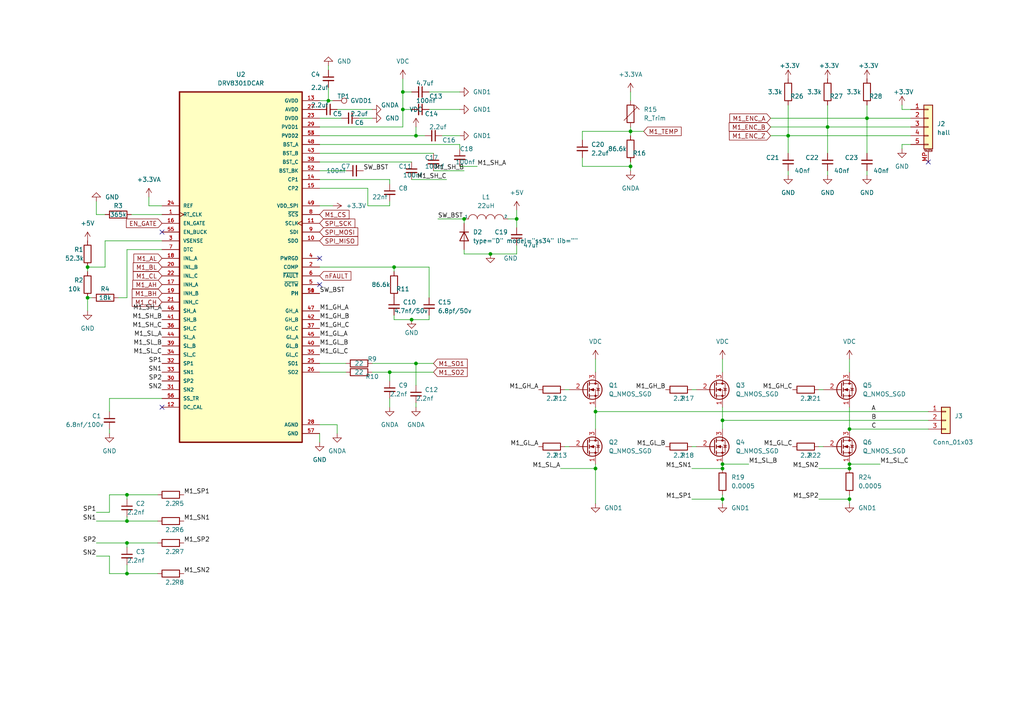
<source format=kicad_sch>
(kicad_sch (version 20211123) (generator eeschema)
  (paper "A4")
  (lib_symbols
    (symbol "Connector:TestPoint" (pin_numbers hide) (pin_names (offset 0.762) hide)
      (property "Reference" "TP" (at 0 6.858 0))
      (property "Value" "TestPoint" (at 0 5.08 0))
      (symbol "TestPoint_0_1"
        (circle (center 0 3.302) (radius 0.762))
      )
      (symbol "TestPoint_1_1"
        (pin passive line (at 0 0 90) (length 2.54) (name "1") (number "1"))
      )
    )
    (symbol "Connector_Generic:Conn_01x03" (pin_names (offset 1.016) hide)
      (property "Reference" "J" (at 0 5.08 0))
      (property "Value" "Conn_01x03" (at 0 -5.08 0))
      (symbol "Conn_01x03_1_1"
        (rectangle (start -1.27 -2.413) (end 0 -2.667) (stroke (width 0.1524)))
        (rectangle (start -1.27 0.127) (end 0 -0.127) (stroke (width 0.1524)))
        (rectangle (start -1.27 2.667) (end 0 2.413) (stroke (width 0.1524)))
        (rectangle (start -1.27 3.81) (end 1.27 -3.81) (stroke (width 0.254)) (fill (type background)))
        (pin passive line (at -5.08 2.54 0) (length 3.81) (name "Pin_1") (number "1"))
        (pin passive line (at -5.08 0 0) (length 3.81) (name "Pin_2") (number "2"))
        (pin passive line (at -5.08 -2.54 0) (length 3.81) (name "Pin_3") (number "3"))
      )
    )
    (symbol "Connector_Generic_MountingPin:Conn_01x05_MountingPin" (pin_names (offset 1.016) hide)
      (property "Reference" "J" (at 0 7.62 0))
      (property "Value" "Conn_01x05_MountingPin" (at 1.27 -7.62 0))
      (symbol "Conn_01x05_MountingPin_1_1"
        (rectangle (start -1.27 -4.953) (end 0 -5.207) (stroke (width 0.1524)))
        (rectangle (start -1.27 -2.413) (end 0 -2.667) (stroke (width 0.1524)))
        (rectangle (start -1.27 0.127) (end 0 -0.127) (stroke (width 0.1524)))
        (rectangle (start -1.27 2.667) (end 0 2.413) (stroke (width 0.1524)))
        (rectangle (start -1.27 5.207) (end 0 4.953) (stroke (width 0.1524)))
        (rectangle (start -1.27 6.35) (end 1.27 -6.35) (stroke (width 0.254)) (fill (type background)))
        (polyline (pts (xy -1.016 -7.112) (xy 1.016 -7.112)) (stroke (width 0.1524)))
        (text "Mounting" (at 0 -6.731 0) (effects (font (size 0.381 0.381))))
        (pin passive line (at -5.08 5.08 0) (length 3.81) (name "Pin_1") (number "1"))
        (pin passive line (at -5.08 2.54 0) (length 3.81) (name "Pin_2") (number "2"))
        (pin passive line (at -5.08 0 0) (length 3.81) (name "Pin_3") (number "3"))
        (pin passive line (at -5.08 -2.54 0) (length 3.81) (name "Pin_4") (number "4"))
        (pin passive line (at -5.08 -5.08 0) (length 3.81) (name "Pin_5") (number "5"))
        (pin passive line (at 0 -10.16 90) (length 3.048) (name "MountPin") (number "MP"))
      )
    )
    (symbol "Device:C_Small" (pin_numbers hide) (pin_names (offset 0.254) hide)
      (property "Reference" "C" (at 0.254 1.778 0))
      (property "Value" "C_Small" (at 0.254 -2.032 0))
      (symbol "C_Small_0_1"
        (polyline (pts (xy -1.524 -0.508) (xy 1.524 -0.508)) (stroke (width 0.3302)))
        (polyline (pts (xy -1.524 0.508) (xy 1.524 0.508)) (stroke (width 0.3048)))
      )
      (symbol "C_Small_1_1"
        (pin passive line (at 0 2.54 270) (length 2.032) (name "~") (number "1"))
        (pin passive line (at 0 -2.54 90) (length 2.032) (name "~") (number "2"))
      )
    )
    (symbol "Device:Q_NMOS_SGD" (pin_names (offset 0) hide)
      (property "Reference" "Q" (at 5.08 1.27 0))
      (property "Value" "Q_NMOS_SGD" (at 5.08 -1.27 0))
      (symbol "Q_NMOS_SGD_0_1"
        (polyline (pts (xy 0.254 0) (xy -2.54 0)))
        (polyline (pts (xy 0.254 1.905) (xy 0.254 -1.905)) (stroke (width 0.254)))
        (polyline (pts (xy 0.762 -1.27) (xy 0.762 -2.286)) (stroke (width 0.254)))
        (polyline (pts (xy 0.762 0.508) (xy 0.762 -0.508)) (stroke (width 0.254)))
        (polyline (pts (xy 0.762 2.286) (xy 0.762 1.27)) (stroke (width 0.254)))
        (polyline (pts (xy 2.54 2.54) (xy 2.54 1.778)))
        (polyline (pts (xy 2.54 -2.54) (xy 2.54 0) (xy 0.762 0)))
        (polyline (pts (xy 0.762 -1.778) (xy 3.302 -1.778) (xy 3.302 1.778) (xy 0.762 1.778)))
        (polyline (pts (xy 1.016 0) (xy 2.032 0.381) (xy 2.032 -0.381) (xy 1.016 0)) (fill (type outline)))
        (polyline (pts (xy 2.794 0.508) (xy 2.921 0.381) (xy 3.683 0.381) (xy 3.81 0.254)))
        (polyline (pts (xy 3.302 0.381) (xy 2.921 -0.254) (xy 3.683 -0.254) (xy 3.302 0.381)))
        (circle (center 1.651 0) (radius 2.794) (stroke (width 0.254)))
        (circle (center 2.54 -1.778) (radius 0.254) (fill (type outline)))
        (circle (center 2.54 1.778) (radius 0.254) (fill (type outline)))
      )
      (symbol "Q_NMOS_SGD_1_1"
        (pin passive line (at 2.54 -5.08 90) (length 2.54) (name "S") (number "1"))
        (pin input line (at -5.08 0 0) (length 5.08) (name "G") (number "2"))
        (pin passive line (at 2.54 5.08 270) (length 2.54) (name "D") (number "3"))
      )
    )
    (symbol "Device:R" (pin_numbers hide) (pin_names (offset 0))
      (property "Reference" "R" (at 2.032 0 90))
      (property "Value" "R" (at 0 0 90))
      (symbol "R_0_1"
        (rectangle (start -1.016 -2.54) (end 1.016 2.54) (stroke (width 0.254)))
      )
      (symbol "R_1_1"
        (pin passive line (at 0 3.81 270) (length 1.27) (name "~") (number "1"))
        (pin passive line (at 0 -3.81 90) (length 1.27) (name "~") (number "2"))
      )
    )
    (symbol "Device:R_Trim" (pin_numbers hide) (pin_names (offset 0))
      (property "Reference" "R" (at 2.54 -2.54 90))
      (property "Value" "R_Trim" (at -2.54 -0.635 90))
      (symbol "R_Trim_0_1"
        (rectangle (start -1.016 -2.54) (end 1.016 2.54) (stroke (width 0.254)))
        (polyline (pts (xy -1.905 -1.905) (xy 1.905 1.905) (xy 2.54 1.27) (xy 1.27 2.54)))
      )
      (symbol "R_Trim_1_1"
        (pin passive line (at 0 3.81 270) (length 1.27) (name "~") (number "1"))
        (pin passive line (at 0 -3.81 90) (length 1.27) (name "~") (number "2"))
      )
    )
    (symbol "New_Library:DRV8301DCAR" (pin_names (offset 1.016))
      (property "Reference" "U" (at -17.8203 51.9275 0))
      (property "Value" "DRV8301DCAR" (at -17.8075 -54.8929 0))
      (symbol "DRV8301DCAR_0_0"
        (rectangle (start -17.78 -50.8) (end 17.78 50.8) (stroke (width 0.41)) (fill (type background)))
        (pin input clock (at -22.86 15.24 0) (length 5.08) (name "RT_CLK") (number "1"))
        (pin output line (at 22.86 7.62 180) (length 5.08) (name "SDO") (number "10"))
        (pin input clock (at 22.86 12.7 180) (length 5.08) (name "SCLK") (number "11"))
        (pin input line (at -22.86 -40.64 0) (length 5.08) (name "DC_CAL") (number "12"))
        (pin power_in line (at 22.86 48.26 180) (length 5.08) (name "GVDD") (number "13"))
        (pin power_in line (at 22.86 25.4 180) (length 5.08) (name "CP1") (number "14"))
        (pin power_in line (at 22.86 22.86 180) (length 5.08) (name "CP2") (number "15"))
        (pin input line (at -22.86 12.7 0) (length 5.08) (name "EN_GATE") (number "16"))
        (pin input line (at -22.86 -5.08 0) (length 5.08) (name "INH_A") (number "17"))
        (pin input line (at -22.86 2.54 0) (length 5.08) (name "INL_A") (number "18"))
        (pin input line (at -22.86 -7.62 0) (length 5.08) (name "INH_B") (number "19"))
        (pin output line (at 22.86 0 180) (length 5.08) (name "COMP") (number "2"))
        (pin input line (at -22.86 0 0) (length 5.08) (name "INL_B") (number "20"))
        (pin input line (at -22.86 -10.16 0) (length 5.08) (name "INH_C") (number "21"))
        (pin input line (at -22.86 -2.54 0) (length 5.08) (name "INL_C") (number "22"))
        (pin power_in line (at 22.86 43.18 180) (length 5.08) (name "DVDD") (number "23"))
        (pin input line (at -22.86 17.78 0) (length 5.08) (name "REF") (number "24"))
        (pin output line (at 22.86 -27.94 180) (length 5.08) (name "SO1") (number "25"))
        (pin output line (at 22.86 -30.48 180) (length 5.08) (name "SO2") (number "26"))
        (pin power_in line (at 22.86 45.72 180) (length 5.08) (name "AVDD") (number "27"))
        (pin power_in line (at 22.86 -45.72 180) (length 5.08) (name "AGND") (number "28"))
        (pin power_in line (at 22.86 40.64 180) (length 5.08) (name "PVDD1") (number "29"))
        (pin input line (at -22.86 7.62 0) (length 5.08) (name "VSENSE") (number "3"))
        (pin input line (at -22.86 -33.02 0) (length 5.08) (name "SP2") (number "30"))
        (pin input line (at -22.86 -35.56 0) (length 5.08) (name "SN2") (number "31"))
        (pin input line (at -22.86 -27.94 0) (length 5.08) (name "SP1") (number "32"))
        (pin input line (at -22.86 -30.48 0) (length 5.08) (name "SN1") (number "33"))
        (pin input line (at -22.86 -25.4 0) (length 5.08) (name "SL_C") (number "34"))
        (pin output line (at 22.86 -25.4 180) (length 5.08) (name "GL_C") (number "35"))
        (pin input line (at -22.86 -17.78 0) (length 5.08) (name "SH_C") (number "36"))
        (pin output line (at 22.86 -17.78 180) (length 5.08) (name "GH_C") (number "37"))
        (pin power_in line (at 22.86 30.48 180) (length 5.08) (name "BST_C") (number "38"))
        (pin input line (at -22.86 -22.86 0) (length 5.08) (name "SL_B") (number "39"))
        (pin output line (at 22.86 2.54 180) (length 5.08) (name "PWRGD") (number "4"))
        (pin output line (at 22.86 -22.86 180) (length 5.08) (name "GL_B") (number "40"))
        (pin input line (at -22.86 -15.24 0) (length 5.08) (name "SH_B") (number "41"))
        (pin output line (at 22.86 -15.24 180) (length 5.08) (name "GH_B") (number "42"))
        (pin power_in line (at 22.86 33.02 180) (length 5.08) (name "BST_B") (number "43"))
        (pin input line (at -22.86 -20.32 0) (length 5.08) (name "SL_A") (number "44"))
        (pin output line (at 22.86 -20.32 180) (length 5.08) (name "GL_A") (number "45"))
        (pin input line (at -22.86 -12.7 0) (length 5.08) (name "SH_A") (number "46"))
        (pin output line (at 22.86 -12.7 180) (length 5.08) (name "GH_A") (number "47"))
        (pin power_in line (at 22.86 35.56 180) (length 5.08) (name "BST_A") (number "48"))
        (pin input line (at 22.86 17.78 180) (length 5.08) (name "VDD_SPI") (number "49"))
        (pin output line (at 22.86 -5.08 180) (length 5.08) (name "~{OCTW}") (number "5"))
        (pin output line (at 22.86 -7.62 180) (length 5.08) (name "PH") (number "50"))
        (pin output line (at 22.86 -7.62 180) (length 5.08) (name "PH") (number "51"))
        (pin power_in line (at 22.86 27.94 180) (length 5.08) (name "BST_BK") (number "52"))
        (pin power_in line (at 22.86 38.1 180) (length 5.08) (name "PVDD2") (number "53"))
        (pin power_in line (at 22.86 38.1 180) (length 5.08) (name "PVDD2") (number "54"))
        (pin input line (at -22.86 10.16 0) (length 5.08) (name "EN_BUCK") (number "55"))
        (pin input line (at -22.86 -38.1 0) (length 5.08) (name "SS_TR") (number "56"))
        (pin power_in line (at 22.86 -48.26 180) (length 5.08) (name "GND") (number "57"))
        (pin output line (at 22.86 -2.54 180) (length 5.08) (name "~{FAULT}") (number "6"))
        (pin input line (at -22.86 5.08 0) (length 5.08) (name "DTC") (number "7"))
        (pin input line (at 22.86 15.24 180) (length 5.08) (name "~{SCS}") (number "8"))
        (pin input line (at 22.86 10.16 180) (length 5.08) (name "SDI") (number "9"))
      )
    )
    (symbol "Simulation_SPICE:DIODE" (pin_numbers hide) (pin_names (offset 1.016) hide)
      (property "Reference" "D" (at 0 2.54 0))
      (property "Value" "DIODE" (at 0 -2.54 0))
      (symbol "DIODE_0_1"
        (polyline (pts (xy 1.27 0) (xy -1.27 0)))
        (polyline (pts (xy 1.27 1.27) (xy 1.27 -1.27)) (stroke (width 0.254)))
        (polyline (pts (xy -1.27 -1.27) (xy -1.27 1.27) (xy 1.27 0) (xy -1.27 -1.27)) (stroke (width 0.254)))
      )
      (symbol "DIODE_1_1"
        (pin passive line (at -3.81 0 0) (length 2.54) (name "A") (number "1"))
        (pin passive line (at 3.81 0 180) (length 2.54) (name "K") (number "2"))
      )
    )
    (symbol "power:+3.3V" (power) (pin_names (offset 0))
      (property "Value" "+3.3V" (at 0 3.556 0))
      (symbol "+3.3V_0_1"
        (polyline (pts (xy -0.762 1.27) (xy 0 2.54)))
        (polyline (pts (xy 0 0) (xy 0 2.54)))
        (polyline (pts (xy 0 2.54) (xy 0.762 1.27)))
      )
      (symbol "+3.3V_1_1"
        (pin power_in line (at 0 0 90) (length 0) hide (name "+3.3V") (number "1"))
      )
    )
    (symbol "power:+3.3VA" (power) (pin_names (offset 0))
      (property "Value" "+3.3VA" (at 0 3.556 0))
      (symbol "+3.3VA_0_1"
        (polyline (pts (xy -0.762 1.27) (xy 0 2.54)))
        (polyline (pts (xy 0 0) (xy 0 2.54)))
        (polyline (pts (xy 0 2.54) (xy 0.762 1.27)))
      )
      (symbol "+3.3VA_1_1"
        (pin power_in line (at 0 0 90) (length 0) hide (name "+3.3VA") (number "1"))
      )
    )
    (symbol "power:+5V" (power) (pin_names (offset 0))
      (property "Value" "+5V" (at 0 3.556 0))
      (symbol "+5V_0_1"
        (polyline (pts (xy -0.762 1.27) (xy 0 2.54)))
        (polyline (pts (xy 0 0) (xy 0 2.54)))
        (polyline (pts (xy 0 2.54) (xy 0.762 1.27)))
      )
      (symbol "+5V_1_1"
        (pin power_in line (at 0 0 90) (length 0) hide (name "+5V") (number "1"))
      )
    )
    (symbol "power:GND" (power) (pin_names (offset 0))
      (property "Value" "GND" (at 0 -3.81 0))
      (symbol "GND_0_1"
        (polyline (pts (xy 0 0) (xy 0 -1.27) (xy 1.27 -1.27) (xy 0 -2.54) (xy -1.27 -1.27) (xy 0 -1.27)))
      )
      (symbol "GND_1_1"
        (pin power_in line (at 0 0 270) (length 0) hide (name "GND") (number "1"))
      )
    )
    (symbol "power:GND1" (power) (pin_names (offset 0))
      (property "Value" "GND1" (at 0 -3.81 0))
      (symbol "GND1_0_1"
        (polyline (pts (xy 0 0) (xy 0 -1.27) (xy 1.27 -1.27) (xy 0 -2.54) (xy -1.27 -1.27) (xy 0 -1.27)))
      )
      (symbol "GND1_1_1"
        (pin power_in line (at 0 0 270) (length 0) hide (name "GND1") (number "1"))
      )
    )
    (symbol "power:GNDA" (power) (pin_names (offset 0))
      (property "Value" "GNDA" (at 0 -3.81 0))
      (symbol "GNDA_0_1"
        (polyline (pts (xy 0 0) (xy 0 -1.27) (xy 1.27 -1.27) (xy 0 -2.54) (xy -1.27 -1.27) (xy 0 -1.27)))
      )
      (symbol "GNDA_1_1"
        (pin power_in line (at 0 0 270) (length 0) hide (name "GNDA") (number "1"))
      )
    )
    (symbol "power:VDC" (power) (pin_names (offset 0))
      (property "Value" "VDC" (at 0 6.35 0))
      (symbol "VDC_0_1"
        (polyline (pts (xy -0.762 1.27) (xy 0 2.54)))
        (polyline (pts (xy 0 0) (xy 0 2.54)))
        (polyline (pts (xy 0 2.54) (xy 0.762 1.27)))
      )
      (symbol "VDC_1_1"
        (pin power_in line (at 0 0 90) (length 0) hide (name "VDC") (number "1"))
      )
    )
    (symbol "pspice:INDUCTOR" (pin_numbers hide) (pin_names (offset 0))
      (property "Reference" "L" (at 0 2.54 0))
      (property "Value" "INDUCTOR" (at 0 -1.27 0))
      (symbol "INDUCTOR_0_1"
        (arc (start -2.54 0) (mid -3.81 1.27) (end -5.08 0))
        (arc (start 0 0) (mid -1.27 1.27) (end -2.54 0))
        (arc (start 2.54 0) (mid 1.27 1.27) (end 0 0))
        (arc (start 5.08 0) (mid 3.81 1.27) (end 2.54 0))
      )
      (symbol "INDUCTOR_1_1"
        (pin input line (at -6.35 0 0) (length 1.27) (name "1") (number "1"))
        (pin input line (at 6.35 0 180) (length 1.27) (name "2") (number "2"))
      )
    )
  )
  (junction (at 36.83 151.13))
  (junction (at 209.55 121.92))
  (junction (at 114.3 77.47))
  (junction (at 246.38 135.89))
  (junction (at 120.65 105.41))
  (junction (at 113.03 107.95))
  (junction (at 209.55 135.89))
  (junction (at 36.83 143.51))
  (junction (at 240.03 36.83))
  (junction (at 246.38 134.62))
  (junction (at 228.6 39.37))
  (junction (at 36.83 166.37))
  (junction (at 25.4 86.36))
  (junction (at 209.55 134.62))
  (junction (at 120.65 39.37))
  (junction (at 182.88 38.1))
  (junction (at 149.86 63.5))
  (junction (at 119.38 92.71))
  (junction (at 116.84 26.67))
  (junction (at 246.38 124.46))
  (junction (at 142.24 73.66))
  (junction (at 116.84 31.75))
  (junction (at 95.25 29.21))
  (junction (at 134.62 63.5))
  (junction (at 251.46 34.29))
  (junction (at 182.88 48.26))
  (junction (at 25.4 77.47))
  (junction (at 246.38 144.78))
  (junction (at 172.72 135.89))
  (junction (at 209.55 144.78))
  (junction (at 36.83 157.48))
  (junction (at 172.72 119.38))
  (no_connect (at 46.99 67.31))
  (no_connect (at 46.99 118.11))
  (no_connect (at 269.24 46.99))
  (no_connect (at 92.71 82.55))
  (no_connect (at 92.71 74.93))
  (wire (pts (xy 269.24 124.46) (xy 246.38 124.46)))
  (wire (pts (xy 30.48 69.85) (xy 46.99 69.85)))
  (wire (pts (xy 116.84 26.67) (xy 119.38 26.67)))
  (wire (pts (xy 168.91 38.1) (xy 182.88 38.1)))
  (wire (pts (xy 246.38 143.51) (xy 246.38 144.78)))
  (wire (pts (xy 246.38 118.11) (xy 246.38 124.46)))
  (wire (pts (xy 134.62 73.66) (xy 142.24 73.66)))
  (wire (pts (xy 209.55 135.89) (xy 209.55 134.62)))
  (wire (pts (xy 223.52 39.37) (xy 228.6 39.37)))
  (wire (pts (xy 168.91 45.72) (xy 168.91 48.26)))
  (wire (pts (xy 209.55 144.78) (xy 209.55 146.05)))
  (wire (pts (xy 120.65 105.41) (xy 125.73 105.41)))
  (wire (pts (xy 92.71 36.83) (xy 116.84 36.83)))
  (wire (pts (xy 264.16 31.75) (xy 261.62 31.75)))
  (wire (pts (xy 200.66 113.03) (xy 201.93 113.03)))
  (wire (pts (xy 116.84 22.86) (xy 116.84 26.67)))
  (wire (pts (xy 27.94 148.59) (xy 31.75 148.59)))
  (wire (pts (xy 223.52 34.29) (xy 251.46 34.29)))
  (wire (pts (xy 209.55 143.51) (xy 209.55 144.78)))
  (wire (pts (xy 228.6 30.48) (xy 228.6 39.37)))
  (wire (pts (xy 246.38 104.14) (xy 246.38 107.95)))
  (wire (pts (xy 31.75 115.57) (xy 31.75 119.38)))
  (wire (pts (xy 92.71 77.47) (xy 114.3 77.47)))
  (wire (pts (xy 104.14 34.29) (xy 107.95 34.29)))
  (wire (pts (xy 114.3 92.71) (xy 119.38 92.71)))
  (wire (pts (xy 251.46 34.29) (xy 251.46 44.45)))
  (wire (pts (xy 149.86 63.5) (xy 149.86 66.04)))
  (wire (pts (xy 106.68 54.61) (xy 92.71 54.61)))
  (wire (pts (xy 127 63.5) (xy 134.62 63.5)))
  (wire (pts (xy 182.88 26.67) (xy 182.88 29.21)))
  (wire (pts (xy 182.88 48.26) (xy 182.88 49.53)))
  (wire (pts (xy 163.83 129.54) (xy 165.1 129.54)))
  (wire (pts (xy 182.88 46.99) (xy 182.88 48.26)))
  (wire (pts (xy 25.4 77.47) (xy 25.4 78.74)))
  (wire (pts (xy 116.84 26.67) (xy 116.84 31.75)))
  (wire (pts (xy 182.88 38.1) (xy 186.69 38.1)))
  (wire (pts (xy 237.49 129.54) (xy 238.76 129.54)))
  (wire (pts (xy 237.49 135.89) (xy 246.38 135.89)))
  (wire (pts (xy 36.83 149.86) (xy 36.83 151.13)))
  (wire (pts (xy 92.71 29.21) (xy 95.25 29.21)))
  (wire (pts (xy 172.72 104.14) (xy 172.72 107.95)))
  (wire (pts (xy 246.38 144.78) (xy 246.38 146.05)))
  (wire (pts (xy 95.25 19.05) (xy 95.25 20.32)))
  (wire (pts (xy 31.75 161.29) (xy 31.75 166.37)))
  (wire (pts (xy 25.4 77.47) (xy 30.48 77.47)))
  (wire (pts (xy 95.25 29.21) (xy 95.25 25.4)))
  (wire (pts (xy 36.83 157.48) (xy 45.72 157.48)))
  (wire (pts (xy 200.66 144.78) (xy 209.55 144.78)))
  (wire (pts (xy 172.72 135.89) (xy 172.72 146.05)))
  (wire (pts (xy 46.99 59.69) (xy 43.18 59.69)))
  (wire (pts (xy 25.4 86.36) (xy 26.67 86.36)))
  (wire (pts (xy 209.55 104.14) (xy 209.55 107.95)))
  (wire (pts (xy 200.66 129.54) (xy 201.93 129.54)))
  (wire (pts (xy 124.46 31.75) (xy 133.35 31.75)))
  (wire (pts (xy 36.83 143.51) (xy 36.83 144.78)))
  (wire (pts (xy 168.91 48.26) (xy 182.88 48.26)))
  (wire (pts (xy 120.65 105.41) (xy 120.65 111.76)))
  (wire (pts (xy 261.62 41.91) (xy 261.62 43.18)))
  (wire (pts (xy 96.52 29.21) (xy 95.25 29.21)))
  (wire (pts (xy 163.83 113.03) (xy 165.1 113.03)))
  (wire (pts (xy 92.71 123.19) (xy 97.79 123.19)))
  (wire (pts (xy 120.65 36.83) (xy 120.65 39.37)))
  (wire (pts (xy 31.75 125.73) (xy 31.75 124.46)))
  (wire (pts (xy 116.84 31.75) (xy 116.84 36.83)))
  (wire (pts (xy 114.3 91.44) (xy 114.3 92.71)))
  (wire (pts (xy 36.83 166.37) (xy 45.72 166.37)))
  (wire (pts (xy 113.03 52.07) (xy 113.03 53.34)))
  (wire (pts (xy 200.66 135.89) (xy 209.55 135.89)))
  (wire (pts (xy 261.62 31.75) (xy 261.62 30.48)))
  (wire (pts (xy 38.1 62.23) (xy 46.99 62.23)))
  (wire (pts (xy 251.46 49.53) (xy 251.46 50.8)))
  (wire (pts (xy 223.52 36.83) (xy 240.03 36.83)))
  (wire (pts (xy 107.95 105.41) (xy 120.65 105.41)))
  (wire (pts (xy 264.16 41.91) (xy 261.62 41.91)))
  (wire (pts (xy 129.54 52.07) (xy 119.38 52.07)))
  (wire (pts (xy 124.46 86.36) (xy 124.46 77.47)))
  (wire (pts (xy 120.65 39.37) (xy 123.19 39.37)))
  (wire (pts (xy 116.84 31.75) (xy 119.38 31.75)))
  (wire (pts (xy 251.46 30.48) (xy 251.46 34.29)))
  (wire (pts (xy 92.71 49.53) (xy 100.33 49.53)))
  (wire (pts (xy 36.83 143.51) (xy 45.72 143.51)))
  (wire (pts (xy 228.6 39.37) (xy 228.6 44.45)))
  (wire (pts (xy 92.71 39.37) (xy 120.65 39.37)))
  (wire (pts (xy 92.71 34.29) (xy 99.06 34.29)))
  (wire (pts (xy 113.03 118.11) (xy 113.03 115.57)))
  (wire (pts (xy 36.83 157.48) (xy 36.83 158.75)))
  (wire (pts (xy 209.55 121.92) (xy 209.55 124.46)))
  (wire (pts (xy 113.03 107.95) (xy 113.03 110.49)))
  (wire (pts (xy 27.94 62.23) (xy 27.94 58.42)))
  (wire (pts (xy 113.03 107.95) (xy 125.73 107.95)))
  (wire (pts (xy 92.71 105.41) (xy 100.33 105.41)))
  (wire (pts (xy 134.62 63.5) (xy 134.62 64.77)))
  (wire (pts (xy 142.24 73.66) (xy 149.86 73.66)))
  (wire (pts (xy 120.65 116.84) (xy 120.65 118.11)))
  (wire (pts (xy 43.18 59.69) (xy 43.18 57.15)))
  (wire (pts (xy 182.88 38.1) (xy 182.88 39.37)))
  (wire (pts (xy 240.03 36.83) (xy 240.03 44.45)))
  (wire (pts (xy 46.99 115.57) (xy 31.75 115.57)))
  (wire (pts (xy 134.62 72.39) (xy 134.62 73.66)))
  (wire (pts (xy 147.32 63.5) (xy 149.86 63.5)))
  (wire (pts (xy 124.46 77.47) (xy 114.3 77.47)))
  (wire (pts (xy 92.71 125.73) (xy 92.71 128.27)))
  (wire (pts (xy 124.46 26.67) (xy 133.35 26.67)))
  (wire (pts (xy 92.71 44.45) (xy 125.73 44.45)))
  (wire (pts (xy 237.49 113.03) (xy 238.76 113.03)))
  (wire (pts (xy 97.79 31.75) (xy 107.95 31.75)))
  (wire (pts (xy 209.55 118.11) (xy 209.55 121.92)))
  (wire (pts (xy 27.94 157.48) (xy 36.83 157.48)))
  (wire (pts (xy 172.72 119.38) (xy 269.24 119.38)))
  (wire (pts (xy 27.94 151.13) (xy 36.83 151.13)))
  (wire (pts (xy 113.03 59.69) (xy 106.68 59.69)))
  (wire (pts (xy 149.86 71.12) (xy 149.86 73.66)))
  (wire (pts (xy 240.03 30.48) (xy 240.03 36.83)))
  (wire (pts (xy 240.03 36.83) (xy 264.16 36.83)))
  (wire (pts (xy 209.55 121.92) (xy 269.24 121.92)))
  (wire (pts (xy 209.55 134.62) (xy 217.17 134.62)))
  (wire (pts (xy 237.49 144.78) (xy 246.38 144.78)))
  (wire (pts (xy 228.6 39.37) (xy 264.16 39.37)))
  (wire (pts (xy 36.83 163.83) (xy 36.83 166.37)))
  (wire (pts (xy 246.38 135.89) (xy 246.38 134.62)))
  (wire (pts (xy 128.27 39.37) (xy 133.35 39.37)))
  (wire (pts (xy 92.71 41.91) (xy 133.35 41.91)))
  (wire (pts (xy 36.83 72.39) (xy 46.99 72.39)))
  (wire (pts (xy 92.71 59.69) (xy 96.52 59.69)))
  (wire (pts (xy 92.71 107.95) (xy 100.33 107.95)))
  (wire (pts (xy 92.71 52.07) (xy 113.03 52.07)))
  (wire (pts (xy 31.75 143.51) (xy 36.83 143.51)))
  (wire (pts (xy 149.86 60.96) (xy 149.86 63.5)))
  (wire (pts (xy 113.03 59.69) (xy 113.03 58.42)))
  (wire (pts (xy 162.56 135.89) (xy 172.72 135.89)))
  (wire (pts (xy 36.83 151.13) (xy 45.72 151.13)))
  (wire (pts (xy 133.35 41.91) (xy 133.35 43.18)))
  (wire (pts (xy 172.72 119.38) (xy 172.72 124.46)))
  (wire (pts (xy 134.62 49.53) (xy 125.73 49.53)))
  (wire (pts (xy 31.75 148.59) (xy 31.75 143.51)))
  (wire (pts (xy 228.6 49.53) (xy 228.6 50.8)))
  (wire (pts (xy 97.79 123.19) (xy 97.79 125.73)))
  (wire (pts (xy 114.3 78.74) (xy 114.3 77.47)))
  (wire (pts (xy 124.46 91.44) (xy 124.46 92.71)))
  (wire (pts (xy 172.72 135.89) (xy 172.72 134.62)))
  (wire (pts (xy 251.46 34.29) (xy 264.16 34.29)))
  (wire (pts (xy 106.68 59.69) (xy 106.68 54.61)))
  (wire (pts (xy 36.83 86.36) (xy 34.29 86.36)))
  (wire (pts (xy 182.88 36.83) (xy 182.88 38.1)))
  (wire (pts (xy 172.72 118.11) (xy 172.72 119.38)))
  (wire (pts (xy 25.4 86.36) (xy 25.4 90.17)))
  (wire (pts (xy 30.48 69.85) (xy 30.48 77.47)))
  (wire (pts (xy 246.38 134.62) (xy 255.27 134.62)))
  (wire (pts (xy 27.94 161.29) (xy 31.75 161.29)))
  (wire (pts (xy 36.83 72.39) (xy 36.83 86.36)))
  (wire (pts (xy 124.46 92.71) (xy 119.38 92.71)))
  (wire (pts (xy 31.75 166.37) (xy 36.83 166.37)))
  (wire (pts (xy 138.43 48.26) (xy 133.35 48.26)))
  (wire (pts (xy 30.48 62.23) (xy 27.94 62.23)))
  (wire (pts (xy 240.03 49.53) (xy 240.03 50.8)))
  (wire (pts (xy 107.95 107.95) (xy 113.03 107.95)))
  (wire (pts (xy 92.71 46.99) (xy 119.38 46.99)))
  (wire (pts (xy 168.91 40.64) (xy 168.91 38.1)))
  (label "M1_GL_A" (at 92.71 97.79 0))
  (label "M1_GH_B" (at 92.71 92.71 0))
  (label "M1_GH_A" (at 92.71 90.17 0))
  (label "SN1" (at 46.99 107.95 180))
  (label "M1_SN2" (at 53.34 166.37 0))
  (label "M1_SN1" (at 53.34 151.13 0))
  (label "SW_BST" (at 127 63.5 0))
  (label "M1_GH_A" (at 156.21 113.03 180))
  (label "C" (at 252.73 124.46 0))
  (label "M1_GH_B" (at 193.04 113.03 180))
  (label "M1_GH_C" (at 229.87 113.03 180))
  (label "M1_SH_B" (at 134.62 49.53 180))
  (label "SN2" (at 46.99 113.03 180))
  (label "M1_GL_A" (at 156.21 129.54 180))
  (label "M1_SL_B" (at 217.17 134.62 0))
  (label "M1_SL_A" (at 162.56 135.89 180))
  (label "SW_BST" (at 92.71 85.09 0))
  (label "A" (at 252.73 119.38 0))
  (label "B" (at 252.73 121.92 0))
  (label "SP2" (at 27.94 157.48 180))
  (label "M1_SH_C" (at 129.54 52.07 180))
  (label "M1_SL_C" (at 46.99 102.87 180))
  (label "M1_SL_A" (at 46.99 97.79 180))
  (label "M1_GH_C" (at 92.71 95.25 0))
  (label "M1_SL_B" (at 46.99 100.33 180))
  (label "M1_GL_C" (at 92.71 102.87 0))
  (label "M1_SN1" (at 200.66 135.89 180))
  (label "M1_SN2" (at 237.49 135.89 180))
  (label "SP2" (at 46.99 110.49 180))
  (label "SN2" (at 27.94 161.29 180))
  (label "M1_GL_B" (at 92.71 100.33 0))
  (label "SP1" (at 27.94 148.59 180))
  (label "M1_SP2" (at 237.49 144.78 180))
  (label "M1_SP2" (at 53.34 157.48 0))
  (label "M1_SP1" (at 200.66 144.78 180))
  (label "M1_SH_A" (at 46.99 90.17 180))
  (label "M1_SH_B" (at 46.99 92.71 180))
  (label "M1_GL_B" (at 193.04 129.54 180))
  (label "M1_SH_C" (at 46.99 95.25 180))
  (label "M1_SL_C" (at 255.27 134.62 0))
  (label "M1_SH_A" (at 138.43 48.26 0))
  (label "M1_SP1" (at 53.34 143.51 0))
  (label "SW_BST" (at 105.41 49.53 0))
  (label "SN1" (at 27.94 151.13 180))
  (label "M1_GL_C" (at 229.87 129.54 180))
  (label "SP1" (at 46.99 105.41 180))
  (global_label "M1_CS" (shape input) (at 92.71 62.23 0) (property "Intersheet References" "${INTERSHEET_REFS}" (effects hide)))
  (global_label "M1_CH" (shape input) (at 46.99 87.63 180) (property "Intersheet References" "${INTERSHEET_REFS}" (effects hide)))
  (global_label "nFAULT" (shape input) (at 92.71 80.01 0) (property "Intersheet References" "${INTERSHEET_REFS}" (effects hide)))
  (global_label "M1_AH" (shape input) (at 46.99 82.55 180) (property "Intersheet References" "${INTERSHEET_REFS}" (effects hide)))
  (global_label "SPI_MISO" (shape input) (at 92.71 69.85 0) (property "Intersheet References" "${INTERSHEET_REFS}" (effects hide)))
  (global_label "EN_GATE" (shape input) (at 46.99 64.77 180) (property "Intersheet References" "${INTERSHEET_REFS}" (effects hide)))
  (global_label "M1_ENC_A" (shape input) (at 223.52 34.29 180) (property "Intersheet References" "${INTERSHEET_REFS}" (effects hide)))
  (global_label "SPI_MOSI" (shape input) (at 92.71 67.31 0) (property "Intersheet References" "${INTERSHEET_REFS}" (effects hide)))
  (global_label "M1_TEMP" (shape input) (at 186.69 38.1 0) (property "Intersheet References" "${INTERSHEET_REFS}" (effects hide)))
  (global_label "M1_CL" (shape input) (at 46.99 80.01 180) (property "Intersheet References" "${INTERSHEET_REFS}" (effects hide)))
  (global_label "M1_BL" (shape input) (at 46.99 77.47 180) (property "Intersheet References" "${INTERSHEET_REFS}" (effects hide)))
  (global_label "M1_ENC_B" (shape input) (at 223.52 36.83 180) (property "Intersheet References" "${INTERSHEET_REFS}" (effects hide)))
  (global_label "M1_SO1" (shape input) (at 125.73 105.41 0) (property "Intersheet References" "${INTERSHEET_REFS}" (effects hide)))
  (global_label "SPI_SCK" (shape input) (at 92.71 64.77 0) (property "Intersheet References" "${INTERSHEET_REFS}" (effects hide)))
  (global_label "M1_SO2" (shape input) (at 125.73 107.95 0) (property "Intersheet References" "${INTERSHEET_REFS}" (effects hide)))
  (global_label "M1_AL" (shape input) (at 46.99 74.93 180) (property "Intersheet References" "${INTERSHEET_REFS}" (effects hide)))
  (global_label "M1_ENC_Z" (shape input) (at 223.52 39.37 180) (property "Intersheet References" "${INTERSHEET_REFS}" (effects hide)))
  (global_label "M1_BH" (shape input) (at 46.99 85.09 180) (property "Intersheet References" "${INTERSHEET_REFS}" (effects hide)))
  (symbol (lib_id "Device:Q_NMOS_SGD") (at 170.18 129.54 0) (unit 1)
    (property "Reference" "Q2" (at 176.53 128.2699 0) (effects (justify left)))
    (property "Value" "Q_NMOS_SGD" (at 176.53 130.8099 0) (effects (justify left)))
    (property "Footprint" "Package_SON:VSONP-8-1EP_5x6_P1.27mm" (effects hide))
  )
  (symbol (lib_id "Device:Q_NMOS_SGD") (at 207.01 113.03 0) (unit 1)
    (property "Reference" "Q3" (at 213.36 111.7599 0) (effects (justify left)))
    (property "Value" "Q_NMOS_SGD" (at 213.36 114.2999 0) (effects (justify left)))
    (property "Footprint" "Package_SON:VSONP-8-1EP_5x6_P1.27mm" (effects hide))
  )
  (symbol (lib_id "Device:C_Small") (at 168.91 43.18 0) (unit 1)
    (property "Reference" "C20" (at 171.45 41.9162 0) (effects (justify left)))
    (property "Value" "2.2uf" (at 171.45 44.4562 0) (effects (justify left)))
    (property "Footprint" "Capacitor_SMD:C_0603_1608Metric" (effects hide))
  )
  (symbol (lib_id "Device:C_Small") (at 36.83 161.29 0) (unit 1)
    (property "Reference" "C3" (at 39.37 160.0262 0) (effects (justify left)))
    (property "Value" "2.2nf" (at 36.83 162.56 0) (effects (justify left)))
    (property "Footprint" "Capacitor_SMD:C_0603_1608Metric" (effects hide))
  )
  (symbol (lib_id "Device:C_Small") (at 120.65 114.3 0) (unit 1)
    (property "Reference" "C12" (at 123.19 113.0362 0) (effects (justify left)))
    (property "Value" "2.2nf" (at 120.65 115.57 0) (effects (justify left)))
    (property "Footprint" "Capacitor_SMD:C_0603_1608Metric" (effects hide))
  )
  (symbol (lib_id "power:+3.3V") (at 96.52 59.69 270) (unit 1)
    (property "Reference" "#PWR010" (effects hide))
    (property "Value" "+3.3V" (at 100.33 59.6899 90) (effects (justify left)))
  )
  (symbol (lib_id "power:GND") (at 228.6 50.8 0) (unit 1)
    (property "Reference" "#PWR031" (effects hide))
    (property "Value" "GND" (at 228.6 55.88 0))
  )
  (symbol (lib_id "power:GND") (at 142.24 73.66 0) (unit 1)
    (property "Reference" "#PWR022" (effects hide))
    (property "Value" "GND" (at 146.05 74.9299 0) (effects (justify left)))
  )
  (symbol (lib_id "power:GND") (at 261.62 43.18 0) (unit 1)
    (property "Reference" "#PWR039" (effects hide))
    (property "Value" "GND" (at 261.62 48.26 0))
  )
  (symbol (lib_id "Device:R") (at 49.53 157.48 90) (unit 1)
    (property "Reference" "R7" (at 52.07 160.02 90))
    (property "Value" "2.2" (at 49.53 160.02 90))
    (property "Footprint" "Resistor_SMD:R_0603_1608Metric" (effects hide))
  )
  (symbol (lib_id "power:GNDA") (at 182.88 49.53 0) (unit 1)
    (property "Reference" "#PWR027" (effects hide))
    (property "Value" "GNDA" (at 182.88 54.61 0))
  )
  (symbol (lib_id "power:GND") (at 25.4 90.17 0) (unit 1)
    (property "Reference" "#PWR068" (effects hide))
    (property "Value" "GND" (at 25.4 95.25 0))
  )
  (symbol (lib_id "Device:R") (at 25.4 82.55 180) (unit 1)
    (property "Reference" "R2" (at 22.86 81.28 0))
    (property "Value" "10k" (at 21.59 83.82 0))
    (property "Footprint" "Resistor_SMD:R_0603_1608Metric" (effects hide))
  )
  (symbol (lib_id "Device:C_Small") (at 133.35 45.72 0) (unit 1)
    (property "Reference" "C18" (at 133.35 43.18 0) (effects (justify left)))
    (property "Value" "100nf" (at 132.08 46.99 0) (effects (justify left)))
    (property "Footprint" "Capacitor_SMD:C_0603_1608Metric" (effects hide))
  )
  (symbol (lib_id "power:GND") (at 95.25 19.05 180) (unit 1)
    (property "Reference" "#PWR09" (effects hide))
    (property "Value" "GND" (at 97.79 17.7799 0) (effects (justify right)))
  )
  (symbol (lib_id "power:GND1") (at 209.55 146.05 0) (unit 1)
    (property "Reference" "#PWR029" (effects hide))
    (property "Value" "GND1" (at 212.09 147.3199 0) (effects (justify left)))
  )
  (symbol (lib_id "power:+3.3VA") (at 43.18 57.15 0) (unit 1)
    (property "Reference" "#PWR07" (effects hide))
    (property "Value" "+3.3VA" (at 43.18 52.07 0))
  )
  (symbol (lib_id "Device:C_Small") (at 36.83 147.32 0) (unit 1)
    (property "Reference" "C2" (at 39.37 146.0562 0) (effects (justify left)))
    (property "Value" "2.2nf" (at 36.83 148.59 0) (effects (justify left)))
    (property "Footprint" "Capacitor_SMD:C_0603_1608Metric" (effects hide))
  )
  (symbol (lib_id "Connector_Generic_MountingPin:Conn_01x05_MountingPin") (at 269.24 36.83 0) (unit 1)
    (property "Reference" "J2" (at 271.78 35.9155 0) (effects (justify left)))
    (property "Value" "hall" (at 271.78 38.4555 0) (effects (justify left)))
    (property "Footprint" "USER:M1010RS-05P" (effects hide))
  )
  (symbol (lib_id "power:GNDA") (at 120.65 118.11 0) (unit 1)
    (property "Reference" "#PWR018" (effects hide))
    (property "Value" "GNDA" (at 120.65 123.19 0))
  )
  (symbol (lib_id "power:+3.3V") (at 261.62 30.48 0) (unit 1)
    (property "Reference" "#PWR038" (effects hide))
    (property "Value" "+3.3V" (at 259.08 26.67 0) (effects (justify left)))
  )
  (symbol (lib_id "Device:Q_NMOS_SGD") (at 170.18 113.03 0) (unit 1)
    (property "Reference" "Q1" (at 176.53 111.7599 0) (effects (justify left)))
    (property "Value" "Q_NMOS_SGD" (at 176.53 114.2999 0) (effects (justify left)))
    (property "Footprint" "Package_SON:VSONP-8-1EP_5x6_P1.27mm" (effects hide))
  )
  (symbol (lib_id "power:GND") (at 119.38 92.71 0) (unit 1)
    (property "Reference" "#PWR016" (effects hide))
    (property "Value" "GND" (at 119.38 96.52 0))
  )
  (symbol (lib_id "power:VDC") (at 116.84 22.86 0) (unit 1)
    (property "Reference" "#PWR015" (effects hide))
    (property "Value" "VDC" (at 116.84 17.78 0))
  )
  (symbol (lib_id "Device:C_Small") (at 125.73 46.99 0) (unit 1)
    (property "Reference" "C17" (at 123.19 45.72 0) (effects (justify left)))
    (property "Value" "100nf" (at 123.19 48.26 0) (effects (justify left)))
    (property "Footprint" "Capacitor_SMD:C_0603_1608Metric" (effects hide))
  )
  (symbol (lib_id "Device:R") (at 34.29 62.23 90) (unit 1)
    (property "Reference" "R3" (at 34.29 59.69 90))
    (property "Value" "365k" (at 34.29 62.23 90))
    (property "Footprint" "Resistor_SMD:R_0603_1608Metric" (effects hide))
  )
  (symbol (lib_id "power:GND1") (at 133.35 39.37 90) (unit 1)
    (property "Reference" "#PWR021" (effects hide))
    (property "Value" "GND1" (at 137.16 39.3699 90) (effects (justify right)))
  )
  (symbol (lib_id "power:GND") (at 27.94 58.42 180) (unit 1)
    (property "Reference" "#PWR04" (effects hide))
    (property "Value" "GND" (at 30.48 57.1499 0) (effects (justify right)))
  )
  (symbol (lib_id "power:GND") (at 107.95 34.29 90) (unit 1)
    (property "Reference" "#PWR013" (effects hide))
    (property "Value" "GND" (at 111.76 34.2899 90) (effects (justify right)))
  )
  (symbol (lib_id "Device:C_Small") (at 124.46 88.9 0) (unit 1)
    (property "Reference" "C15" (at 127 87.6362 0) (effects (justify left)))
    (property "Value" "6.8pf/50v" (at 127 90.1762 0) (effects (justify left)))
    (property "Footprint" "Capacitor_SMD:C_0603_1608Metric" (effects hide))
  )
  (symbol (lib_id "Device:C_Small") (at 149.86 68.58 180) (unit 1)
    (property "Reference" "C19" (at 147.32 67.31 0) (effects (justify left)))
    (property "Value" "47uf" (at 156.21 71.12 0) (effects (justify left)))
    (property "Footprint" "Capacitor_SMD:C_1812_4532Metric" (effects hide))
  )
  (symbol (lib_id "power:+3.3V") (at 251.46 22.86 0) (unit 1)
    (property "Reference" "#PWR036" (effects hide))
    (property "Value" "+3.3V" (at 248.92 19.05 0) (effects (justify left)))
  )
  (symbol (lib_id "pspice:INDUCTOR") (at 140.97 63.5 0) (unit 1)
    (property "Reference" "L1" (at 140.97 57.15 0))
    (property "Value" "22uH" (at 140.97 59.69 0))
    (property "Footprint" "Inductor_SMD:L_Abracon_ASPI-0630LR" (effects hide))
  )
  (symbol (lib_id "Device:R") (at 49.53 151.13 90) (unit 1)
    (property "Reference" "R6" (at 52.07 153.67 90))
    (property "Value" "2.2" (at 49.53 153.67 90))
    (property "Footprint" "Resistor_SMD:R_0603_1608Metric" (effects hide))
  )
  (symbol (lib_id "Connector:TestPoint") (at 96.52 29.21 270) (unit 1)
    (property "Reference" "TP1" (at 97.79 27.94 90) (effects (justify left)))
    (property "Value" "GVDD1" (at 101.6 29.21 90) (effects (justify left)))
    (property "Footprint" "TestPoint:TestPoint_Pad_1.0x1.0mm" (effects hide))
  )
  (symbol (lib_id "Device:C_Small") (at 113.03 113.03 0) (unit 1)
    (property "Reference" "C9" (at 115.57 111.7662 0) (effects (justify left)))
    (property "Value" "2.2nf" (at 113.03 114.3 0) (effects (justify left)))
    (property "Footprint" "Capacitor_SMD:C_0603_1608Metric" (effects hide))
  )
  (symbol (lib_id "Device:C_Small") (at 95.25 22.86 0) (unit 1)
    (property "Reference" "C4" (at 90.17 21.59 0) (effects (justify left)))
    (property "Value" "2.2uf" (at 90.17 25.4 0) (effects (justify left)))
    (property "Footprint" "Capacitor_SMD:C_0603_1608Metric" (effects hide))
  )
  (symbol (lib_id "power:+3.3VA") (at 182.88 26.67 0) (unit 1)
    (property "Reference" "#PWR026" (effects hide))
    (property "Value" "+3.3VA" (at 182.88 21.59 0))
  )
  (symbol (lib_id "power:GND") (at 31.75 125.73 0) (unit 1)
    (property "Reference" "#PWR06" (effects hide))
    (property "Value" "GND" (at 31.75 130.81 0))
  )
  (symbol (lib_id "power:GNDA") (at 97.79 125.73 0) (unit 1)
    (property "Reference" "#PWR011" (effects hide))
    (property "Value" "GNDA" (at 97.79 130.81 0))
  )
  (symbol (lib_id "power:GND1") (at 246.38 146.05 0) (unit 1)
    (property "Reference" "#PWR035" (effects hide))
    (property "Value" "GND1" (at 248.92 147.3199 0) (effects (justify left)))
  )
  (symbol (lib_id "Device:C_Small") (at 31.75 121.92 0) (unit 1)
    (property "Reference" "C1" (at 26.67 120.65 0) (effects (justify left)))
    (property "Value" "6.8nf/100v" (at 19.05 123.19 0) (effects (justify left)))
    (property "Footprint" "Capacitor_SMD:C_0603_1608Metric" (effects hide))
  )
  (symbol (lib_id "Device:C_Small") (at 101.6 34.29 270) (unit 1)
    (property "Reference" "C6" (at 102.87 35.56 90) (effects (justify left)))
    (property "Value" "2.2uf" (at 101.6 33.02 90) (effects (justify left)))
    (property "Footprint" "Capacitor_SMD:C_0603_1608Metric" (effects hide))
  )
  (symbol (lib_id "power:VDC") (at 209.55 104.14 0) (unit 1)
    (property "Reference" "#PWR028" (effects hide))
    (property "Value" "VDC" (at 209.55 99.06 0))
  )
  (symbol (lib_id "Device:R") (at 104.14 107.95 90) (unit 1)
    (property "Reference" "R10" (at 107.95 109.22 90))
    (property "Value" "22" (at 104.14 107.95 90))
    (property "Footprint" "Resistor_SMD:R_0603_1608Metric" (effects hide))
  )
  (symbol (lib_id "power:GNDA") (at 113.03 118.11 0) (unit 1)
    (property "Reference" "#PWR014" (effects hide))
    (property "Value" "GNDA" (at 113.03 123.19 0))
  )
  (symbol (lib_id "Device:C_Small") (at 240.03 46.99 180) (unit 1)
    (property "Reference" "C22" (at 237.49 45.72 0) (effects (justify left)))
    (property "Value" "40nf" (at 246.38 49.53 0) (effects (justify left)))
    (property "Footprint" "Capacitor_SMD:C_0603_1608Metric" (effects hide))
  )
  (symbol (lib_id "power:GND") (at 240.03 50.8 0) (unit 1)
    (property "Reference" "#PWR033" (effects hide))
    (property "Value" "GND" (at 240.03 55.88 0))
  )
  (symbol (lib_id "Simulation_SPICE:DIODE") (at 134.62 68.58 90) (unit 1)
    (property "Reference" "D2" (at 137.16 67.3099 90) (effects (justify right)))
    (property "Value" "ss34" (at 137.16 69.8499 90) (effects (justify right)))
    (property "Footprint" "Diode_SMD:D_SMA" (effects hide))
    (property "Spice_Netlist_Enabled" "Y" (effects hide))
    (property "Spice_Primitive" "D" (effects hide))
  )
  (symbol (lib_id "Device:R") (at 114.3 82.55 0) (unit 1)
    (property "Reference" "R11" (at 116.84 83.82 0))
    (property "Value" "86.6k" (at 110.49 82.55 0))
    (property "Footprint" "Resistor_SMD:R_0603_1608Metric" (effects hide))
  )
  (symbol (lib_id "power:VDC") (at 120.65 36.83 0) (unit 1)
    (property "Reference" "#PWR017" (effects hide))
    (property "Value" "VDC" (at 120.65 31.75 0))
  )
  (symbol (lib_id "Device:R_Trim") (at 182.88 33.02 0) (unit 1)
    (property "Reference" "R15" (at 186.69 31.7499 0) (effects (justify left)))
    (property "Value" "R_Trim" (at 186.69 34.2899 0) (effects (justify left)))
    (property "Footprint" "Resistor_SMD:R_0603_1608Metric" (effects hide))
  )
  (symbol (lib_id "power:GND1") (at 133.35 31.75 90) (unit 1)
    (property "Reference" "#PWR020" (effects hide))
    (property "Value" "GND1" (at 137.16 31.7499 90) (effects (justify right)))
  )
  (symbol (lib_id "Device:R") (at 30.48 86.36 270) (unit 1)
    (property "Reference" "R4" (at 30.48 83.82 90))
    (property "Value" "18k" (at 30.48 86.36 90))
    (property "Footprint" "Resistor_SMD:R_0603_1608Metric" (effects hide))
  )
  (symbol (lib_id "Device:Q_NMOS_SGD") (at 243.84 129.54 0) (unit 1)
    (property "Reference" "Q6" (at 250.19 128.2699 0) (effects (justify left)))
    (property "Value" "Q_NMOS_SGD" (at 250.19 130.8099 0) (effects (justify left)))
    (property "Footprint" "Package_SON:VSONP-8-1EP_5x6_P1.27mm" (effects hide))
  )
  (symbol (lib_id "Device:R") (at 209.55 139.7 0) (unit 1)
    (property "Reference" "R19" (at 212.09 138.4299 0) (effects (justify left)))
    (property "Value" "0.0005" (at 212.09 140.9699 0) (effects (justify left)))
    (property "Footprint" "Resistor_SMD:R_2512_6332Metric" (effects hide))
  )
  (symbol (lib_id "Device:R") (at 160.02 129.54 90) (unit 1)
    (property "Reference" "R13" (at 162.56 132.08 90))
    (property "Value" "2.2" (at 160.02 132.08 90))
    (property "Footprint" "Resistor_SMD:R_0603_1608Metric" (effects hide))
  )
  (symbol (lib_id "Device:C_Small") (at 121.92 26.67 270) (unit 1)
    (property "Reference" "C13" (at 124.46 27.94 90) (effects (justify left)))
    (property "Value" "4.7uf" (at 120.65 24.13 90) (effects (justify left)))
    (property "Footprint" "Capacitor_SMD:C_0603_1608Metric" (effects hide))
  )
  (symbol (lib_id "Device:C_Small") (at 228.6 46.99 180) (unit 1)
    (property "Reference" "C21" (at 226.06 45.72 0) (effects (justify left)))
    (property "Value" "40nf" (at 234.95 49.53 0) (effects (justify left)))
    (property "Footprint" "Capacitor_SMD:C_0603_1608Metric" (effects hide))
  )
  (symbol (lib_id "Device:R") (at 240.03 26.67 0) (unit 1)
    (property "Reference" "R27" (at 242.57 27.94 0))
    (property "Value" "3.3k" (at 236.22 26.67 0))
    (property "Footprint" "Resistor_SMD:R_0603_1608Metric" (effects hide))
  )
  (symbol (lib_id "Device:R") (at 49.53 143.51 90) (unit 1)
    (property "Reference" "R5" (at 52.07 146.05 90))
    (property "Value" "2.2" (at 49.53 146.05 90))
    (property "Footprint" "Resistor_SMD:R_0603_1608Metric" (effects hide))
  )
  (symbol (lib_id "Device:C_Small") (at 95.25 31.75 270) (unit 1)
    (property "Reference" "C5" (at 96.52 33.02 90) (effects (justify left)))
    (property "Value" "2.2uf" (at 90.17 30.48 90) (effects (justify left)))
    (property "Footprint" "Capacitor_SMD:C_0603_1608Metric" (effects hide))
  )
  (symbol (lib_id "power:VDC") (at 246.38 104.14 0) (unit 1)
    (property "Reference" "#PWR034" (effects hide))
    (property "Value" "VDC" (at 246.38 99.06 0))
  )
  (symbol (lib_id "Device:C_Small") (at 119.38 49.53 0) (unit 1)
    (property "Reference" "C11" (at 115.57 48.26 0) (effects (justify left)))
    (property "Value" "100nf" (at 116.84 50.8 0) (effects (justify left)))
    (property "Footprint" "Capacitor_SMD:C_0603_1608Metric" (effects hide))
  )
  (symbol (lib_id "power:GND") (at 92.71 128.27 0) (unit 1)
    (property "Reference" "#PWR08" (effects hide))
    (property "Value" "GND" (at 92.71 133.35 0))
  )
  (symbol (lib_id "Device:Q_NMOS_SGD") (at 243.84 113.03 0) (unit 1)
    (property "Reference" "Q5" (at 250.19 111.7599 0) (effects (justify left)))
    (property "Value" "Q_NMOS_SGD" (at 250.19 114.2999 0) (effects (justify left)))
    (property "Footprint" "Package_SON:VSONP-8-1EP_5x6_P1.27mm" (effects hide))
  )
  (symbol (lib_id "Device:R") (at 233.68 113.03 90) (unit 1)
    (property "Reference" "R21" (at 236.22 115.57 90))
    (property "Value" "2.2" (at 233.68 115.57 90))
    (property "Footprint" "Resistor_SMD:R_0603_1608Metric" (effects hide))
  )
  (symbol (lib_id "Device:C_Small") (at 102.87 49.53 90) (unit 1)
    (property "Reference" "C7" (at 101.6 48.26 90) (effects (justify left)))
    (property "Value" "100nf" (at 100.33 49.53 90) (effects (justify left)))
    (property "Footprint" "Capacitor_SMD:C_0603_1608Metric" (effects hide))
  )
  (symbol (lib_id "Device:C_Small") (at 251.46 46.99 180) (unit 1)
    (property "Reference" "C23" (at 248.92 45.72 0) (effects (justify left)))
    (property "Value" "40nf" (at 257.81 49.53 0) (effects (justify left)))
    (property "Footprint" "Capacitor_SMD:C_0603_1608Metric" (effects hide))
  )
  (symbol (lib_id "power:VDC") (at 172.72 104.14 0) (unit 1)
    (property "Reference" "#PWR024" (effects hide))
    (property "Value" "VDC" (at 172.72 99.06 0))
  )
  (symbol (lib_id "power:+5V") (at 149.86 60.96 0) (unit 1)
    (property "Reference" "#PWR023" (effects hide))
    (property "Value" "+5V" (at 149.86 55.88 0))
  )
  (symbol (lib_id "Device:R") (at 160.02 113.03 90) (unit 1)
    (property "Reference" "R12" (at 162.56 115.57 90))
    (property "Value" "2.2" (at 160.02 115.57 90))
    (property "Footprint" "Resistor_SMD:R_0603_1608Metric" (effects hide))
  )
  (symbol (lib_id "power:GND1") (at 172.72 146.05 0) (unit 1)
    (property "Reference" "#PWR025" (effects hide))
    (property "Value" "GND1" (at 175.26 147.3199 0) (effects (justify left)))
  )
  (symbol (lib_id "Device:R") (at 49.53 166.37 90) (unit 1)
    (property "Reference" "R8" (at 52.07 168.91 90))
    (property "Value" "2.2" (at 49.53 168.91 90))
    (property "Footprint" "Resistor_SMD:R_0603_1608Metric" (effects hide))
  )
  (symbol (lib_id "Device:R") (at 25.4 73.66 180) (unit 1)
    (property "Reference" "R1" (at 22.86 72.39 0))
    (property "Value" "52.3k" (at 21.59 74.93 0))
    (property "Footprint" "Resistor_SMD:R_0603_1608Metric" (effects hide))
  )
  (symbol (lib_id "Device:R") (at 251.46 26.67 0) (unit 1)
    (property "Reference" "R28" (at 254 27.94 0))
    (property "Value" "3.3k" (at 247.65 26.67 0))
    (property "Footprint" "Resistor_SMD:R_0603_1608Metric" (effects hide))
  )
  (symbol (lib_id "Device:R") (at 196.85 113.03 90) (unit 1)
    (property "Reference" "R17" (at 199.39 115.57 90))
    (property "Value" "2.2" (at 196.85 115.57 90))
    (property "Footprint" "Resistor_SMD:R_0603_1608Metric" (effects hide))
  )
  (symbol (lib_id "Device:C_Small") (at 121.92 31.75 270) (unit 1)
    (property "Reference" "C14" (at 123.19 33.02 90) (effects (justify left)))
    (property "Value" "100nf" (at 120.65 29.21 90) (effects (justify left)))
    (property "Footprint" "Capacitor_SMD:C_0603_1608Metric" (effects hide))
  )
  (symbol (lib_id "power:GNDA") (at 107.95 31.75 90) (unit 1)
    (property "Reference" "#PWR012" (effects hide))
    (property "Value" "GNDA" (at 110.49 30.48 90) (effects (justify right)))
  )
  (symbol (lib_id "Connector_Generic:Conn_01x03") (at 274.32 121.92 0) (unit 1)
    (property "Reference" "J3" (at 276.86 120.6499 0) (effects (justify left)))
    (property "Value" "Conn_01x03" (at 270.51 128.27 0) (effects (justify left)))
    (property "Footprint" "USER:MR30-M" (effects hide))
  )
  (symbol (lib_id "Device:R") (at 228.6 26.67 0) (unit 1)
    (property "Reference" "R26" (at 231.14 27.94 0))
    (property "Value" "3.3k" (at 224.79 26.67 0))
    (property "Footprint" "Resistor_SMD:R_0603_1608Metric" (effects hide))
  )
  (symbol (lib_id "power:+5V") (at 25.4 69.85 0) (unit 1)
    (property "Reference" "#PWR05" (effects hide))
    (property "Value" "+5V" (at 25.4 64.77 0))
  )
  (symbol (lib_id "power:+3.3V") (at 228.6 22.86 0) (unit 1)
    (property "Reference" "#PWR030" (effects hide))
    (property "Value" "+3.3V" (at 226.06 19.05 0) (effects (justify left)))
  )
  (symbol (lib_id "power:+3.3V") (at 240.03 22.86 0) (unit 1)
    (property "Reference" "#PWR032" (effects hide))
    (property "Value" "+3.3V" (at 237.49 19.05 0) (effects (justify left)))
  )
  (symbol (lib_id "Device:C_Small") (at 125.73 39.37 270) (unit 1)
    (property "Reference" "C16" (at 128.27 40.64 90) (effects (justify left)))
    (property "Value" "2.2uf" (at 124.46 36.83 90) (effects (justify left)))
    (property "Footprint" "Capacitor_SMD:C_0603_1608Metric" (effects hide))
  )
  (symbol (lib_id "power:GND1") (at 133.35 26.67 90) (unit 1)
    (property "Reference" "#PWR019" (effects hide))
    (property "Value" "GND1" (at 137.16 26.6699 90) (effects (justify right)))
  )
  (symbol (lib_id "power:GND") (at 251.46 50.8 0) (unit 1)
    (property "Reference" "#PWR037" (effects hide))
    (property "Value" "GND" (at 251.46 55.88 0))
  )
  (symbol (lib_id "Device:R") (at 196.85 129.54 90) (unit 1)
    (property "Reference" "R18" (at 199.39 132.08 90))
    (property "Value" "2.2" (at 196.85 132.08 90))
    (property "Footprint" "Resistor_SMD:R_0603_1608Metric" (effects hide))
  )
  (symbol (lib_id "Device:R") (at 233.68 129.54 90) (unit 1)
    (property "Reference" "R22" (at 236.22 132.08 90))
    (property "Value" "2.2" (at 233.68 132.08 90))
    (property "Footprint" "Resistor_SMD:R_0603_1608Metric" (effects hide))
  )
  (symbol (lib_id "Device:R") (at 104.14 105.41 90) (unit 1)
    (property "Reference" "R9" (at 107.95 104.14 90))
    (property "Value" "22" (at 104.14 105.41 90))
    (property "Footprint" "Resistor_SMD:R_0603_1608Metric" (effects hide))
  )
  (symbol (lib_id "Device:C_Small") (at 114.3 88.9 0) (unit 1)
    (property "Reference" "C10" (at 116.84 87.6362 0) (effects (justify left)))
    (property "Value" "4.7nf/50v" (at 114.3 90.17 0) (effects (justify left)))
    (property "Footprint" "Capacitor_SMD:C_0603_1608Metric" (effects hide))
  )
  (symbol (lib_id "Device:R") (at 182.88 43.18 0) (unit 1)
    (property "Reference" "R16" (at 185.42 44.45 0))
    (property "Value" "86.6k" (at 179.07 43.18 0))
    (property "Footprint" "Resistor_SMD:R_0603_1608Metric" (effects hide))
  )
  (symbol (lib_id "Device:R") (at 246.38 139.7 0) (unit 1)
    (property "Reference" "R24" (at 248.92 138.4299 0) (effects (justify left)))
    (property "Value" "0.0005" (at 248.92 140.9699 0) (effects (justify left)))
    (property "Footprint" "Resistor_SMD:R_2512_6332Metric" (effects hide))
  )
  (symbol (lib_id "Device:Q_NMOS_SGD") (at 207.01 129.54 0) (unit 1)
    (property "Reference" "Q4" (at 213.36 128.2699 0) (effects (justify left)))
    (property "Value" "Q_NMOS_SGD" (at 213.36 130.8099 0) (effects (justify left)))
    (property "Footprint" "Package_SON:VSONP-8-1EP_5x6_P1.27mm" (effects hide))
  )
  (symbol (lib_id "New_Library:DRV8301DCAR") (at 69.85 77.47 0) (unit 1)
    (property "Reference" "U2" (at 69.85 21.59 0))
    (property "Value" "DRV8301DCAR" (at 69.85 24.13 0))
    (property "Footprint" "Package_SO:HTSSOP-56-1EP_6.1x14mm_P0.5mm_EP3.61x6.35mm" (effects hide))
    (property "SNAPEDA_PACKAGE_ID" "5591" (effects hide))
    (property "PARTREV" "F" (effects hide))
    (property "STNADARD" "IPC-7351B" (effects hide))
    (property "MANUFACTURER" "Texas Instruments" (effects hide))
  )
  (symbol (lib_id "Device:C_Small") (at 113.03 55.88 0) (unit 1)
    (property "Reference" "C8" (at 115.57 54.61 0) (effects (justify left)))
    (property "Value" "22nf" (at 107.95 57.15 0) (effects (justify left)))
    (property "Footprint" "Capacitor_SMD:C_0603_1608Metric" (effects hide))
  )
)
</source>
